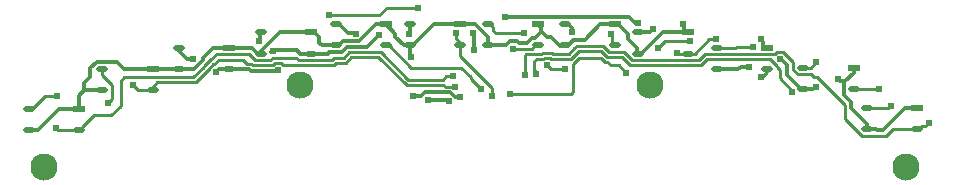
<source format=gbl>
G04*
G04 #@! TF.GenerationSoftware,Altium Limited,Altium Designer,21.3.2 (30)*
G04*
G04 Layer_Physical_Order=2*
G04 Layer_Color=16711680*
%FSLAX43Y43*%
%MOMM*%
G71*
G04*
G04 #@! TF.SameCoordinates,7B8A77F7-BE70-4231-B636-A4ED740270BE*
G04*
G04*
G04 #@! TF.FilePolarity,Positive*
G04*
G01*
G75*
%ADD24C,0.305*%
%ADD25C,0.254*%
%ADD26C,2.300*%
%ADD27C,0.610*%
%ADD28O,1.000X0.500*%
%ADD29R,1.000X0.500*%
D24*
X52000Y4100D02*
X52318D01*
X51500Y4600D02*
X52000Y4100D01*
X41000Y4600D02*
X51500D01*
X51449Y2702D02*
X52200Y1951D01*
Y1590D02*
X52290Y1500D01*
X51449Y2702D02*
Y3151D01*
X50600Y4000D02*
X51449Y3151D01*
X52200Y1590D02*
Y1951D01*
X37450Y4000D02*
X38479D01*
X38400Y1800D02*
Y3181D01*
X39550Y2200D02*
Y2929D01*
X38341Y3241D02*
X38400Y3181D01*
X38479Y4000D02*
X39550Y2929D01*
X37200Y4000D02*
X37450D01*
X35000D02*
X37200D01*
X39550Y2200D02*
X41102D01*
X46076Y2176D02*
X46164Y2264D01*
X46414D02*
X46821Y2671D01*
X46164Y2264D02*
X46414D01*
X46821Y2671D02*
X47771D01*
X49076Y3976D01*
X60989Y404D02*
X61700D01*
X60786Y200D02*
X60989Y404D01*
X59000Y200D02*
X60786D01*
X52290Y1500D02*
X52593D01*
X52691Y1598D01*
X52698D02*
X54400Y3300D01*
X56220D01*
X52691Y1598D02*
X52698D01*
X53300Y3300D02*
X53600Y3600D01*
X52290Y3300D02*
X53300D01*
X56193Y3328D02*
X56220Y3300D01*
X56098Y3961D02*
X56193Y3866D01*
X56089Y3961D02*
X56098D01*
X56089D02*
X56135Y4007D01*
X56193Y3328D02*
Y3866D01*
X43580Y2780D02*
X44100Y3300D01*
X43310Y2780D02*
X43580D01*
X42228Y2389D02*
X42918D01*
X43310Y2780D01*
X44100Y3300D02*
Y3700D01*
X41437Y2535D02*
X42082D01*
X42228Y2389D01*
X41102Y2200D02*
X41437Y2535D01*
X43800Y4000D02*
X44100Y3700D01*
X46100Y4000D02*
X46350D01*
X46717Y3633D01*
Y3306D02*
Y3633D01*
X62902Y2098D02*
Y2486D01*
X62685Y2703D02*
X62902Y2486D01*
X63000Y2000D02*
X63250D01*
X62902Y2098D02*
X63000Y2000D01*
X64320Y1027D02*
X64320Y1027D01*
X64373D01*
X64700Y700D01*
X64721D01*
X64900Y521D01*
Y-304D02*
Y521D01*
X66096Y-1500D02*
X66300D01*
X64900Y-304D02*
X66096Y-1500D01*
X67125D02*
X67335Y-1290D01*
X66300Y-1500D02*
X67125D01*
X67335Y-1290D02*
X67347D01*
X69850Y-850D02*
X70550Y-150D01*
X69720Y-980D02*
X69850Y-850D01*
X69209Y-661D02*
X69398Y-850D01*
X69850D01*
X71700Y-4900D02*
Y-4500D01*
X70310Y-3110D02*
X71700Y-4500D01*
X69720Y-2020D02*
X70310Y-2610D01*
Y-3110D02*
Y-2610D01*
X69720Y-2020D02*
Y-980D01*
X70550Y-150D02*
Y300D01*
X71700Y-4900D02*
X72462D01*
X71700Y-4900D02*
X71700Y-4900D01*
X74900Y-3100D02*
X75950D01*
X75950Y-3100D01*
X73000Y-5000D02*
X74900Y-3100D01*
X72562Y-5000D02*
X73000D01*
X72462Y-4900D02*
X72562Y-5000D01*
X30103Y4000D02*
X30950D01*
X28351Y3248D02*
X28402Y3197D01*
X28665Y2562D02*
X30103Y4000D01*
X27702Y3248D02*
X28351D01*
X26950Y2200D02*
X27312Y2562D01*
X28665D01*
X27190Y1620D02*
X27650Y2079D01*
X29379D01*
X30400Y3100D01*
X26950Y4000D02*
X27702Y3248D01*
X26700Y4000D02*
X26950D01*
X36581Y-1935D02*
X36797Y-2151D01*
X34237Y-1765D02*
X36367D01*
X36797Y-2151D02*
X37251D01*
X36537Y-1935D02*
X36581D01*
X33953Y-2049D02*
X34237Y-1765D01*
X34551Y-2451D02*
X36199D01*
X36250Y-2501D01*
X34500Y-2400D02*
X34551Y-2451D01*
X36367Y-1765D02*
X36537Y-1935D01*
X33251Y-2049D02*
X33953D01*
X32997Y1283D02*
Y2153D01*
Y1283D02*
X33044Y1236D01*
X32950Y2200D02*
X32997Y2153D01*
X32900Y3200D02*
X32950Y3250D01*
Y4000D01*
Y2200D02*
X33200D01*
X30950Y4000D02*
X31756Y3194D01*
Y2944D02*
X32500Y2200D01*
X32750D01*
X31756Y2944D02*
Y3194D01*
X26372Y1620D02*
X27190D01*
X26125D02*
X26372D01*
X26005Y1500D02*
X26125Y1620D01*
X24600Y1500D02*
X26005D01*
X21391Y1760D02*
X21391D01*
X21400Y1751D01*
X21756Y56D02*
X21800Y100D01*
X19502Y56D02*
X21756D01*
X19358Y200D02*
X19502Y56D01*
X17650Y2000D02*
X19600D01*
X20036Y1564D01*
X20286D02*
X20350Y1500D01*
X20036Y1564D02*
X20286D01*
X17650Y200D02*
X19358D01*
X14698D02*
X15084Y586D01*
X15435Y954D02*
Y1135D01*
X14090Y1059D02*
X14612D01*
X13400Y200D02*
X14698D01*
X15084Y604D02*
X15435Y954D01*
X15084Y586D02*
Y604D01*
X15435Y1135D02*
X16300Y2000D01*
X13400Y1750D02*
X14090Y1059D01*
X16583Y-17D02*
X16800Y200D01*
X17650D01*
X20348Y3300D02*
X20350D01*
X20258Y3210D02*
X20348Y3300D01*
X20258Y2651D02*
Y3210D01*
X20200Y2593D02*
X20258Y2651D01*
X13400Y1750D02*
Y2000D01*
X21198Y1650D02*
X21281D01*
X21396Y1766D01*
X23398D01*
X23664Y1500D01*
X24600D02*
X24600Y1500D01*
X23664Y1500D02*
X24600D01*
X700Y-5000D02*
X1500D01*
X3300Y-3200D01*
X4950D02*
Y-2050D01*
X3300Y-3200D02*
X4950D01*
X5400Y-1600D02*
X6950D01*
X5400D02*
Y-1000D01*
X4950Y-2050D02*
X5400Y-1600D01*
Y-1000D02*
X5930Y-470D01*
Y250D02*
X6460Y780D01*
X5930Y-470D02*
Y250D01*
X6460Y780D02*
X8220D01*
X8800Y200D01*
X11200D02*
X11200Y200D01*
X8800Y200D02*
X11200D01*
X20350Y1500D02*
X20400Y1550D01*
Y1750D01*
X21950Y3300D01*
X25284Y2416D02*
X25500Y2200D01*
X26950D01*
X21950Y3300D02*
X24600D01*
X25284Y2416D02*
Y2866D01*
X24850Y3300D02*
X25284Y2866D01*
X24600Y3300D02*
X24600Y3300D01*
X24850D01*
X45675Y2176D02*
X46076D01*
X44600Y2900D02*
X44951D01*
X45675Y2176D01*
X44148Y3352D02*
X44600Y2900D01*
X49076Y3976D02*
X50326D01*
X50350Y4000D01*
X50600D01*
X33200Y2200D02*
X35000Y4000D01*
X11200Y200D02*
X13400D01*
X16300Y2000D02*
X17650D01*
D25*
X49978Y3092D02*
Y3169D01*
Y3092D02*
X50100Y2970D01*
Y2314D02*
Y2970D01*
X50214Y2200D02*
X50350D01*
X50100Y2314D02*
X50214Y2200D01*
X44127Y1500D02*
X44169Y1541D01*
X44853Y1110D02*
X44894Y1068D01*
X44306D02*
X44347Y1110D01*
X42849Y1500D02*
X44127D01*
X45031Y1541D02*
X45073Y1500D01*
X43717Y1068D02*
X44306D01*
X44894D02*
X46613D01*
X45073Y1500D02*
X46435D01*
X44169Y1541D02*
X45031D01*
X44347Y1110D02*
X44853D01*
X44600Y500D02*
X44900Y200D01*
X46100D01*
X46651Y-1890D02*
X46800Y-1742D01*
X41431Y-1890D02*
X46651D01*
X46800Y-1742D02*
Y644D01*
X47256Y1100D01*
X49194D01*
X39900Y-2100D02*
Y-1400D01*
X42700Y-231D02*
Y1351D01*
X43669Y-190D02*
Y-96D01*
X42700Y-231D02*
X42760Y-290D01*
X43500Y72D02*
X43669Y-96D01*
X46613Y1068D02*
X47277Y1732D01*
X46435Y1500D02*
X46898Y1964D01*
X47098Y2164D01*
X49352D02*
X49870Y1645D01*
X49173Y1732D02*
X49691Y1213D01*
X47277Y1732D02*
X49173D01*
X47098Y2164D02*
X49352D01*
X49194Y1100D02*
X49512Y782D01*
X49700D01*
X49691Y1213D02*
X50932D01*
X49870Y1645D02*
X51110D01*
X49700Y782D02*
X49982Y500D01*
X51110Y1645D02*
X51810Y945D01*
X50932Y1213D02*
X51632Y513D01*
X43500Y851D02*
X43717Y1068D01*
X49982Y500D02*
X50700D01*
X51632Y513D02*
X57613D01*
X50700Y500D02*
X51300Y-100D01*
X58113Y1013D02*
X63471D01*
X64055Y430D01*
X64300Y-602D02*
Y138D01*
X64055Y383D02*
Y430D01*
Y383D02*
X64300Y138D01*
Y-602D02*
X65361Y-1663D01*
X51810Y945D02*
X57435D01*
X57613Y513D02*
X58113Y1013D01*
X56540Y1500D02*
X57100D01*
X55640D02*
X56540D01*
X55585Y1555D02*
X55640Y1500D01*
X43500Y72D02*
Y851D01*
X57435Y945D02*
X57935Y1445D01*
X54565Y2567D02*
X56735D01*
X53949Y1951D02*
X54565Y2567D01*
X57100Y1500D02*
X58333Y2733D01*
X58894D01*
X60627Y2061D02*
X62034D01*
X62040Y2055D01*
X59000Y2000D02*
X60566D01*
X60627Y2061D01*
X40047Y3453D02*
Y3753D01*
X39550Y4000D02*
X39800D01*
X40047Y3753D01*
Y3453D02*
X40227Y3273D01*
X42600D01*
X42638Y1900D02*
X42670Y1932D01*
X43550Y2200D02*
X43800D01*
X43282Y1932D02*
X43550Y2200D01*
X42670Y1932D02*
X43282D01*
X41700Y1900D02*
X42638D01*
X65361Y-1748D02*
Y-1663D01*
X66910Y300D02*
X67400Y790D01*
X66300Y300D02*
X66910D01*
X57935Y1445D02*
X63876D01*
X64067Y1636D02*
X64610D01*
X65455Y792D01*
X63876Y1445D02*
X64067Y1636D01*
X65455Y111D02*
X65820Y-255D01*
X65455Y111D02*
Y792D01*
X65820Y-255D02*
X66780D01*
X63250Y-25D02*
Y200D01*
X62816Y-460D02*
X63250Y-25D01*
X62745Y-460D02*
X62816D01*
X42700Y1351D02*
X42849Y1500D01*
X37200Y1300D02*
Y2200D01*
Y1300D02*
X39900Y-1400D01*
X67419Y-500D02*
X69800Y-2881D01*
X67200Y-500D02*
X67419D01*
X69800Y-4047D02*
Y-2881D01*
X70550Y-1500D02*
X72660D01*
X73669Y-2900D02*
X73700D01*
X73469Y-3100D02*
X73669Y-2900D01*
X71700Y-3100D02*
X73469D01*
X71700Y-3100D02*
X71700Y-3100D01*
X66780Y-255D02*
X66835Y-200D01*
X66900D01*
X67200Y-500D01*
X69800Y-4047D02*
X70642Y-4889D01*
X70654D02*
X71265Y-5500D01*
X70642Y-4889D02*
X70654D01*
X71265Y-5500D02*
X73300D01*
X73900Y-4900D02*
X75950D01*
X75950Y-4900D01*
X73300Y-5500D02*
X73900Y-4900D01*
X76247Y-4653D02*
X76265Y-4635D01*
X76247Y-4786D02*
Y-4653D01*
X76133Y-4900D02*
X76247Y-4786D01*
X75950Y-4900D02*
X76133D01*
X76265Y-4635D02*
X76665D01*
X7670Y-3730D02*
X8500Y-2900D01*
X5800Y-4150D02*
X6220Y-3730D01*
X5800Y-4150D02*
X5800D01*
X6220Y-3730D02*
X7670D01*
X5200Y-4750D02*
X5800Y-4150D01*
X7418Y-2682D02*
X7755Y-2345D01*
Y-1126D01*
X27380Y1163D02*
X27839Y1622D01*
X30315Y1190D02*
X32705Y-1200D01*
X28018Y1190D02*
X30315D01*
X27559Y731D02*
X28018Y1190D01*
X30493Y1622D02*
X32815Y-700D01*
X27839Y1622D02*
X30493D01*
X26740Y731D02*
X27559D01*
X38111Y-621D02*
Y-511D01*
X37300Y300D02*
X38111Y-511D01*
Y-621D02*
X38990Y-1500D01*
X33100Y300D02*
X37300D01*
X36900Y2755D02*
X37200Y2455D01*
X36900Y2755D02*
Y3267D01*
X37200Y2200D02*
Y2455D01*
X31000Y5400D02*
X33700D01*
X30400Y4800D02*
X31000Y5400D01*
X26100Y4800D02*
X30400D01*
X32815Y-700D02*
X35777D01*
X36067Y-410D01*
X35990Y-1300D02*
X36800D01*
X36067Y-410D02*
X36590D01*
X35890Y-1200D02*
X35990Y-1300D01*
X32705Y-1200D02*
X35890D01*
X31200Y2200D02*
X33100Y300D01*
X30950Y2200D02*
X31200D01*
X26561Y1163D02*
X27380D01*
X26522Y513D02*
X26740Y731D01*
X23376Y1141D02*
X23572Y945D01*
X21172D02*
X21369Y1141D01*
X23572Y945D02*
X26344D01*
X19870D02*
X21172D01*
X21369Y1141D02*
X23376D01*
X17037Y1432D02*
X19384D01*
X19870Y945D01*
X26344D02*
X26561Y1163D01*
X16969Y1500D02*
X17037Y1432D01*
X22249Y513D02*
X26522D01*
X21351D02*
X21548Y710D01*
X22052D02*
X22249Y513D01*
X21548Y710D02*
X22052D01*
X15973Y235D02*
X16330Y592D01*
X18837Y1000D02*
X19180Y657D01*
X16330Y592D02*
X16392D01*
X16800Y1000D01*
X18837D01*
X19691Y513D02*
X21351D01*
X19180Y657D02*
X19548D01*
X19691Y513D01*
X15973Y173D02*
Y235D01*
X14633Y-511D02*
X15541Y397D01*
X16169Y1024D02*
X16645Y1500D01*
X16151Y1024D02*
X16169D01*
X15541Y414D02*
X16151Y1024D01*
X14857Y-943D02*
X15973Y173D01*
X15541Y397D02*
Y414D01*
X11200Y-1300D02*
X11557Y-943D01*
X14857D01*
X11200Y-1600D02*
Y-1300D01*
X9521Y-1121D02*
X10000Y-1600D01*
X9500Y-1121D02*
X9521D01*
X10000Y-1600D02*
X11200D01*
X16645Y1500D02*
X16969D01*
X8789Y-511D02*
X14633D01*
X8500Y-800D02*
X8789Y-511D01*
X8500Y-2900D02*
Y-800D01*
X4950Y-5000D02*
X5087D01*
X5200Y-4886D01*
Y-4750D01*
X2994Y-4800D02*
X3025D01*
X3225Y-5000D01*
X4950D01*
X6950Y-321D02*
X7755Y-1126D01*
X6950Y-321D02*
Y200D01*
X950Y-3200D02*
X2050Y-2100D01*
X700Y-3200D02*
X950D01*
X2050Y-2100D02*
X3106D01*
D26*
X23700Y-1120D02*
D03*
X53300D02*
D03*
X2000Y-8100D02*
D03*
X75000D02*
D03*
D27*
X52318Y4100D02*
D03*
X41000Y4600D02*
D03*
X38341Y3241D02*
D03*
X38400Y1800D02*
D03*
X49978Y3169D02*
D03*
X44600Y500D02*
D03*
X46100Y200D02*
D03*
X41431Y-1890D02*
D03*
X39900Y-2100D02*
D03*
X43669Y-190D02*
D03*
X42760Y-290D02*
D03*
X51300Y-100D02*
D03*
X55585Y1555D02*
D03*
X53949Y1951D02*
D03*
X56735Y2567D02*
D03*
X61700Y404D02*
D03*
X53600Y3600D02*
D03*
X58894Y2733D02*
D03*
X56135Y4007D02*
D03*
X62040Y2055D02*
D03*
X42600Y3273D02*
D03*
X41700Y1900D02*
D03*
X46717Y3306D02*
D03*
X65361Y-1748D02*
D03*
X67400Y790D02*
D03*
X62685Y2703D02*
D03*
X64320Y1027D02*
D03*
X62745Y-460D02*
D03*
X67347Y-1290D02*
D03*
X72660Y-1500D02*
D03*
X69209Y-661D02*
D03*
X76900Y-4400D02*
D03*
X7418Y-2682D02*
D03*
X73700Y-2900D02*
D03*
X28402Y3197D02*
D03*
X38990Y-1500D02*
D03*
X36900Y3267D02*
D03*
X33700Y5400D02*
D03*
X26100Y4800D02*
D03*
X37251Y-2151D02*
D03*
X36250Y-2501D02*
D03*
X36800Y-1300D02*
D03*
X36590Y-410D02*
D03*
X33044Y1236D02*
D03*
X32900Y3200D02*
D03*
X30400Y3100D02*
D03*
X34500Y-2400D02*
D03*
X33251Y-2049D02*
D03*
X21800Y100D02*
D03*
X21400Y1751D02*
D03*
X14612Y1059D02*
D03*
X16583Y-17D02*
D03*
X9500Y-1121D02*
D03*
X2994Y-4800D02*
D03*
X20200Y2593D02*
D03*
X3106Y-2100D02*
D03*
D28*
X66300Y-1500D02*
D03*
Y300D02*
D03*
X70550Y-1500D02*
D03*
X37200Y2200D02*
D03*
X32950Y4000D02*
D03*
Y2200D02*
D03*
X30950D02*
D03*
X26700Y4000D02*
D03*
Y2200D02*
D03*
X17650Y200D02*
D03*
X13400Y2000D02*
D03*
Y200D02*
D03*
X20350Y1500D02*
D03*
Y3300D02*
D03*
X24600Y1500D02*
D03*
X50350Y2200D02*
D03*
X46100Y4000D02*
D03*
Y2200D02*
D03*
X39550D02*
D03*
Y4000D02*
D03*
X43800Y2200D02*
D03*
X63250Y200D02*
D03*
X59000Y2000D02*
D03*
Y200D02*
D03*
X52290Y1500D02*
D03*
Y3300D02*
D03*
X56540Y1500D02*
D03*
X71700Y-4900D02*
D03*
Y-3100D02*
D03*
X75950Y-4900D02*
D03*
X4950Y-5000D02*
D03*
X700Y-3200D02*
D03*
Y-5000D02*
D03*
X6950Y-1600D02*
D03*
Y200D02*
D03*
X11200Y-1600D02*
D03*
D29*
X70550Y300D02*
D03*
X37200Y4000D02*
D03*
X30950D02*
D03*
X17650Y2000D02*
D03*
X24600Y3300D02*
D03*
X50350Y4000D02*
D03*
X43800D02*
D03*
X63250Y2000D02*
D03*
X56540Y3300D02*
D03*
X75950Y-3100D02*
D03*
X4950Y-3200D02*
D03*
X11200Y200D02*
D03*
M02*

</source>
